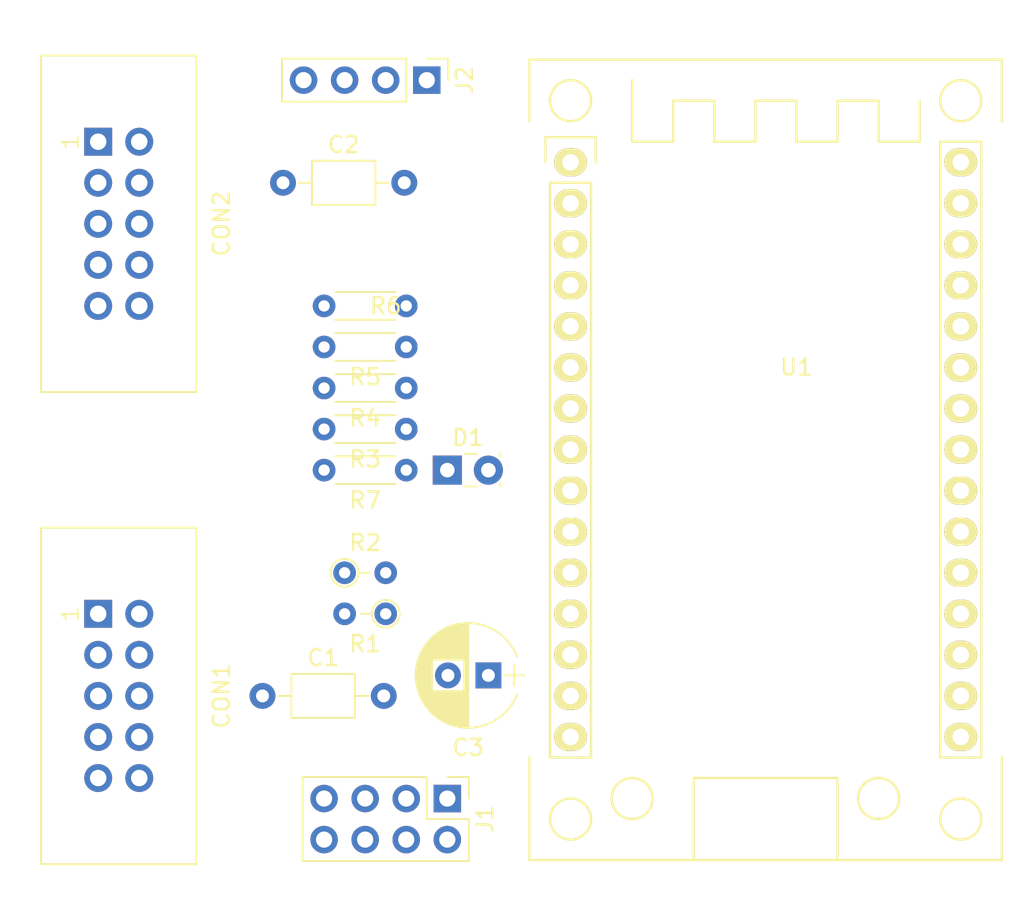
<source format=kicad_pcb>
(kicad_pcb (version 4) (host pcbnew 4.0.7-e0-6372~58~ubuntu16.10.1)

  (general
    (links 47)
    (no_connects 47)
    (area 137.312 87.676666 200.93762 143.463333)
    (thickness 1.6)
    (drawings 0)
    (tracks 0)
    (zones 0)
    (modules 16)
    (nets 24)
  )

  (page A4)
  (layers
    (0 F.Cu signal)
    (31 B.Cu signal)
    (32 B.Adhes user)
    (33 F.Adhes user)
    (34 B.Paste user)
    (35 F.Paste user)
    (36 B.SilkS user)
    (37 F.SilkS user)
    (38 B.Mask user)
    (39 F.Mask user)
    (40 Dwgs.User user)
    (41 Cmts.User user)
    (42 Eco1.User user)
    (43 Eco2.User user)
    (44 Edge.Cuts user)
    (45 Margin user)
    (46 B.CrtYd user)
    (47 F.CrtYd user)
    (48 B.Fab user)
    (49 F.Fab user)
  )

  (setup
    (last_trace_width 0.25)
    (user_trace_width 0.3)
    (user_trace_width 0.5)
    (user_trace_width 0.7)
    (trace_clearance 0.2)
    (zone_clearance 0.508)
    (zone_45_only no)
    (trace_min 0.2)
    (segment_width 0.2)
    (edge_width 0.15)
    (via_size 0.6)
    (via_drill 0.4)
    (via_min_size 0.4)
    (via_min_drill 0.3)
    (uvia_size 0.3)
    (uvia_drill 0.1)
    (uvias_allowed no)
    (uvia_min_size 0.2)
    (uvia_min_drill 0.1)
    (pcb_text_width 0.3)
    (pcb_text_size 1.5 1.5)
    (mod_edge_width 0.15)
    (mod_text_size 1 1)
    (mod_text_width 0.15)
    (pad_size 1.524 1.524)
    (pad_drill 0.762)
    (pad_to_mask_clearance 0.2)
    (aux_axis_origin 0 0)
    (visible_elements FFFFFF7F)
    (pcbplotparams
      (layerselection 0x00030_80000001)
      (usegerberextensions false)
      (excludeedgelayer true)
      (linewidth 0.100000)
      (plotframeref false)
      (viasonmask false)
      (mode 1)
      (useauxorigin false)
      (hpglpennumber 1)
      (hpglpenspeed 20)
      (hpglpendiameter 15)
      (hpglpenoverlay 2)
      (psnegative false)
      (psa4output false)
      (plotreference true)
      (plotvalue true)
      (plotinvisibletext false)
      (padsonsilk false)
      (subtractmaskfromsilk false)
      (outputformat 1)
      (mirror false)
      (drillshape 1)
      (scaleselection 1)
      (outputdirectory ""))
  )

  (net 0 "")
  (net 1 GND)
  (net 2 5V)
  (net 3 "Net-(J2-Pad2)")
  (net 4 "Net-(J2-Pad3)")
  (net 5 "Net-(J1-Pad3)")
  (net 6 "Net-(J1-Pad4)")
  (net 7 L_IS)
  (net 8 "Net-(D1-Pad1)")
  (net 9 L_EN)
  (net 10 R_EN)
  (net 11 L_PWM)
  (net 12 R_PWM)
  (net 13 CHAN_B)
  (net 14 CHAN_A)
  (net 15 RXD2)
  (net 16 TXD1)
  (net 17 MOSI1)
  (net 18 SCK1)
  (net 19 TXD2)
  (net 20 SCL2)
  (net 21 SDA2)
  (net 22 MOSI2)
  (net 23 SCK2)

  (net_class Default "This is the default net class."
    (clearance 0.2)
    (trace_width 0.25)
    (via_dia 0.6)
    (via_drill 0.4)
    (uvia_dia 0.3)
    (uvia_drill 0.1)
    (add_net 5V)
    (add_net CHAN_A)
    (add_net CHAN_B)
    (add_net GND)
    (add_net L_EN)
    (add_net L_IS)
    (add_net L_PWM)
    (add_net MOSI1)
    (add_net MOSI2)
    (add_net "Net-(D1-Pad1)")
    (add_net "Net-(J1-Pad3)")
    (add_net "Net-(J1-Pad4)")
    (add_net "Net-(J2-Pad2)")
    (add_net "Net-(J2-Pad3)")
    (add_net RXD2)
    (add_net R_EN)
    (add_net R_PWM)
    (add_net SCK1)
    (add_net SCK2)
    (add_net SCL2)
    (add_net SDA2)
    (add_net TXD1)
    (add_net TXD2)
  )

  (module Pin_Headers:Pin_Header_Straight_2x04_Pitch2.54mm (layer F.Cu) (tedit 5AF882F5) (tstamp 5AF809AE)
    (at 165.1 137.16 270)
    (descr "Through hole straight pin header, 2x04, 2.54mm pitch, double rows")
    (tags "Through hole pin header THT 2x04 2.54mm double row")
    (path /5AF8089B)
    (fp_text reference J1 (at 1.27 -2.33 270) (layer F.SilkS)
      (effects (font (size 1 1) (thickness 0.15)))
    )
    (fp_text value CONN_02X04 (at 1.27 9.95 270) (layer F.Fab)
      (effects (font (size 1 1) (thickness 0.15)))
    )
    (fp_line (start 0 -1.27) (end 3.81 -1.27) (layer F.Fab) (width 0.1))
    (fp_line (start 3.81 -1.27) (end 3.81 8.89) (layer F.Fab) (width 0.1))
    (fp_line (start 3.81 8.89) (end -1.27 8.89) (layer F.Fab) (width 0.1))
    (fp_line (start -1.27 8.89) (end -1.27 0) (layer F.Fab) (width 0.1))
    (fp_line (start -1.27 0) (end 0 -1.27) (layer F.Fab) (width 0.1))
    (fp_line (start -1.33 8.95) (end 3.87 8.95) (layer F.SilkS) (width 0.12))
    (fp_line (start -1.33 1.27) (end -1.33 8.95) (layer F.SilkS) (width 0.12))
    (fp_line (start 3.87 -1.33) (end 3.87 8.95) (layer F.SilkS) (width 0.12))
    (fp_line (start -1.33 1.27) (end 1.27 1.27) (layer F.SilkS) (width 0.12))
    (fp_line (start 1.27 1.27) (end 1.27 -1.33) (layer F.SilkS) (width 0.12))
    (fp_line (start 1.27 -1.33) (end 3.87 -1.33) (layer F.SilkS) (width 0.12))
    (fp_line (start -1.33 0) (end -1.33 -1.33) (layer F.SilkS) (width 0.12))
    (fp_line (start -1.33 -1.33) (end 0 -1.33) (layer F.SilkS) (width 0.12))
    (fp_line (start -1.8 -1.8) (end -1.8 9.4) (layer F.CrtYd) (width 0.05))
    (fp_line (start -1.8 9.4) (end 4.35 9.4) (layer F.CrtYd) (width 0.05))
    (fp_line (start 4.35 9.4) (end 4.35 -1.8) (layer F.CrtYd) (width 0.05))
    (fp_line (start 4.35 -1.8) (end -1.8 -1.8) (layer F.CrtYd) (width 0.05))
    (fp_text user %R (at 1.27 3.81 360) (layer F.Fab)
      (effects (font (size 1 1) (thickness 0.15)))
    )
    (pad 1 thru_hole rect (at 0 0 270) (size 1.7 1.7) (drill 1) (layers *.Cu *.Mask)
      (net 1 GND))
    (pad 2 thru_hole oval (at 2.54 0 270) (size 1.7 1.7) (drill 1) (layers *.Cu *.Mask)
      (net 2 5V))
    (pad 3 thru_hole oval (at 0 2.54 270) (size 1.7 1.7) (drill 1) (layers *.Cu *.Mask)
      (net 5 "Net-(J1-Pad3)"))
    (pad 4 thru_hole oval (at 2.54 2.54 270) (size 1.7 1.7) (drill 1) (layers *.Cu *.Mask)
      (net 6 "Net-(J1-Pad4)"))
    (pad 5 thru_hole oval (at 0 5.08 270) (size 1.7 1.7) (drill 1) (layers *.Cu *.Mask)
      (net 9 L_EN))
    (pad 6 thru_hole oval (at 2.54 5.08 270) (size 1.7 1.7) (drill 1) (layers *.Cu *.Mask)
      (net 10 R_EN))
    (pad 7 thru_hole oval (at 0 7.62 270) (size 1.7 1.7) (drill 1) (layers *.Cu *.Mask)
      (net 11 L_PWM))
    (pad 8 thru_hole oval (at 2.54 7.62 270) (size 1.7 1.7) (drill 1) (layers *.Cu *.Mask)
      (net 12 R_PWM))
    (model ${KISYS3DMOD}/Pin_Headers.3dshapes/Pin_Header_Straight_2x04_Pitch2.54mm.wrl
      (at (xyz 0 0 0))
      (scale (xyz 1 1 1))
      (rotate (xyz 0 0 0))
    )
  )

  (module limero-lib:ESP32-DEVKIT-V1 (layer F.Cu) (tedit 5AF82665) (tstamp 5AF83825)
    (at 172.72 97.79)
    (descr "Through-hole-mounted NodeMCU 0.9")
    (tags nodemcu)
    (path /5AF81DBF)
    (fp_text reference U1 (at 13.97 12.68) (layer F.SilkS)
      (effects (font (size 1 1) (thickness 0.15)))
    )
    (fp_text value ESP32-DEVKIT-V1 (at 13.97 16.51) (layer F.Fab)
      (effects (font (size 2 2) (thickness 0.15)))
    )
    (fp_circle (center 19.05 39.37) (end 20.32 39.37) (layer F.SilkS) (width 0.15))
    (fp_circle (center 3.81 39.37) (end 5.08 39.37) (layer F.SilkS) (width 0.15))
    (fp_line (start 7.62 43.18) (end 7.62 38.1) (layer F.SilkS) (width 0.15))
    (fp_line (start 7.62 38.1) (end 16.51 38.1) (layer F.SilkS) (width 0.15))
    (fp_line (start 16.51 38.1) (end 16.51 43.18) (layer F.SilkS) (width 0.15))
    (fp_line (start 22.86 36.83) (end 25.4 36.83) (layer F.SilkS) (width 0.15))
    (fp_line (start -1.27 36.83) (end 1.27 36.83) (layer F.SilkS) (width 0.15))
    (fp_line (start -2.54 36.83) (end -2.54 43.18) (layer F.SilkS) (width 0.15))
    (fp_line (start -2.54 43.18) (end 26.67 43.18) (layer F.SilkS) (width 0.15))
    (fp_line (start 26.67 43.18) (end 26.67 36.83) (layer F.SilkS) (width 0.15))
    (fp_circle (center 0 40.64) (end 1.27 40.64) (layer F.SilkS) (width 0.15))
    (fp_circle (center 24.13 40.64) (end 22.86 40.64) (layer F.SilkS) (width 0.15))
    (fp_circle (center 24.13 -3.81) (end 25.4 -3.81) (layer F.SilkS) (width 0.15))
    (fp_circle (center 0 -3.81) (end -1.27 -3.81) (layer F.SilkS) (width 0.15))
    (fp_line (start 3.81 -5.08) (end 3.81 -1.27) (layer F.SilkS) (width 0.15))
    (fp_line (start 3.81 -1.27) (end 6.35 -1.27) (layer F.SilkS) (width 0.15))
    (fp_line (start 6.35 -1.27) (end 6.35 -3.81) (layer F.SilkS) (width 0.15))
    (fp_line (start 6.35 -3.81) (end 8.89 -3.81) (layer F.SilkS) (width 0.15))
    (fp_line (start 8.89 -3.81) (end 8.89 -1.27) (layer F.SilkS) (width 0.15))
    (fp_line (start 8.89 -1.27) (end 11.43 -1.27) (layer F.SilkS) (width 0.15))
    (fp_line (start 11.43 -1.27) (end 11.43 -2.54) (layer F.SilkS) (width 0.15))
    (fp_line (start 11.43 -2.54) (end 11.43 -3.81) (layer F.SilkS) (width 0.15))
    (fp_line (start 11.43 -3.81) (end 13.97 -3.81) (layer F.SilkS) (width 0.15))
    (fp_line (start 13.97 -3.81) (end 13.97 -1.27) (layer F.SilkS) (width 0.15))
    (fp_line (start 13.97 -1.27) (end 16.51 -1.27) (layer F.SilkS) (width 0.15))
    (fp_line (start 16.51 -1.27) (end 16.51 -3.81) (layer F.SilkS) (width 0.15))
    (fp_line (start 16.51 -3.81) (end 19.05 -3.81) (layer F.SilkS) (width 0.15))
    (fp_line (start 19.05 -3.81) (end 19.05 -1.27) (layer F.SilkS) (width 0.15))
    (fp_line (start 19.05 -1.27) (end 21.59 -1.27) (layer F.SilkS) (width 0.15))
    (fp_line (start 21.59 -1.27) (end 21.59 -3.81) (layer F.SilkS) (width 0.15))
    (fp_line (start -2.54 -2.54) (end -2.54 -6.35) (layer F.SilkS) (width 0.15))
    (fp_line (start -2.54 -6.35) (end 26.67 -6.35) (layer F.SilkS) (width 0.15))
    (fp_line (start 26.67 -6.35) (end 26.67 -2.54) (layer F.SilkS) (width 0.15))
    (fp_line (start 26.67 -2.050004) (end 26.67 36.57) (layer F.CrtYd) (width 0.15))
    (fp_line (start -2.54 36.550001) (end -2.54 -2.05002) (layer F.CrtYd) (width 0.15))
    (fp_line (start -1.27 1.27) (end -1.27 36.83) (layer F.SilkS) (width 0.15))
    (fp_line (start 1.27 36.83) (end 1.27 1.27) (layer F.SilkS) (width 0.15))
    (fp_line (start 1.55 -1.55) (end 1.55 0) (layer F.SilkS) (width 0.15))
    (fp_line (start 1.27 1.27) (end -1.27 1.27) (layer F.SilkS) (width 0.15))
    (fp_line (start -1.55 0) (end -1.55 -1.55) (layer F.SilkS) (width 0.15))
    (fp_line (start -1.55 -1.55) (end 1.55 -1.55) (layer F.SilkS) (width 0.15))
    (fp_line (start 22.86 -1.27) (end 22.86 36.83) (layer F.SilkS) (width 0.15))
    (fp_line (start 25.4 -1.27) (end 22.86 -1.27) (layer F.SilkS) (width 0.15))
    (fp_line (start 25.4 36.83) (end 25.4 -1.27) (layer F.SilkS) (width 0.15))
    (pad 1 thru_hole oval (at 0 0) (size 2.032 1.7272) (drill 1.016) (layers *.Cu *.Mask F.SilkS))
    (pad 2 thru_hole oval (at 0 2.54) (size 2.032 1.7272) (drill 1.016) (layers *.Cu *.Mask F.SilkS)
      (net 7 L_IS))
    (pad 3 thru_hole oval (at 0 5.08) (size 2.032 1.7272) (drill 1.016) (layers *.Cu *.Mask F.SilkS)
      (net 15 RXD2))
    (pad 4 thru_hole oval (at 0 7.62) (size 2.032 1.7272) (drill 1.016) (layers *.Cu *.Mask F.SilkS)
      (net 14 CHAN_A))
    (pad 5 thru_hole oval (at 0 10.16) (size 2.032 1.7272) (drill 1.016) (layers *.Cu *.Mask F.SilkS)
      (net 13 CHAN_B))
    (pad 6 thru_hole oval (at 0 12.7) (size 2.032 1.7272) (drill 1.016) (layers *.Cu *.Mask F.SilkS)
      (net 11 L_PWM))
    (pad 7 thru_hole oval (at 0 15.24) (size 2.032 1.7272) (drill 1.016) (layers *.Cu *.Mask F.SilkS)
      (net 12 R_PWM))
    (pad 8 thru_hole oval (at 0 17.78) (size 2.032 1.7272) (drill 1.016) (layers *.Cu *.Mask F.SilkS)
      (net 9 L_EN))
    (pad 9 thru_hole oval (at 0 20.32) (size 2.032 1.7272) (drill 1.016) (layers *.Cu *.Mask F.SilkS)
      (net 10 R_EN))
    (pad 10 thru_hole oval (at 0 22.86) (size 2.032 1.7272) (drill 1.016) (layers *.Cu *.Mask F.SilkS)
      (net 20 SCL2))
    (pad 11 thru_hole oval (at 0 25.4) (size 2.032 1.7272) (drill 1.016) (layers *.Cu *.Mask F.SilkS)
      (net 21 SDA2))
    (pad 12 thru_hole oval (at 0 27.94) (size 2.032 1.7272) (drill 1.016) (layers *.Cu *.Mask F.SilkS))
    (pad 13 thru_hole oval (at 0 30.48) (size 2.032 1.7272) (drill 1.016) (layers *.Cu *.Mask F.SilkS))
    (pad 14 thru_hole oval (at 0 33.02) (size 2.032 1.7272) (drill 1.016) (layers *.Cu *.Mask F.SilkS)
      (net 1 GND))
    (pad 15 thru_hole oval (at 0 35.56) (size 2.032 1.7272) (drill 1.016) (layers *.Cu *.Mask F.SilkS)
      (net 2 5V))
    (pad 30 thru_hole oval (at 24.13 0) (size 2.032 1.7272) (drill 1.016) (layers *.Cu *.Mask F.SilkS)
      (net 17 MOSI1))
    (pad 18 thru_hole oval (at 24.13 30.48) (size 2.032 1.7272) (drill 1.016) (layers *.Cu *.Mask F.SilkS))
    (pad 17 thru_hole oval (at 24.13 33.02) (size 2.032 1.7272) (drill 1.016) (layers *.Cu *.Mask F.SilkS)
      (net 1 GND))
    (pad 19 thru_hole oval (at 24.13 27.94) (size 2.032 1.7272) (drill 1.016) (layers *.Cu *.Mask F.SilkS))
    (pad 25 thru_hole oval (at 24.13 12.7) (size 2.032 1.7272) (drill 1.016) (layers *.Cu *.Mask F.SilkS)
      (net 16 TXD1))
    (pad 26 thru_hole oval (at 24.13 10.16) (size 2.032 1.7272) (drill 1.016) (layers *.Cu *.Mask F.SilkS))
    (pad 24 thru_hole oval (at 24.13 15.24) (size 2.032 1.7272) (drill 1.016) (layers *.Cu *.Mask F.SilkS)
      (net 19 TXD2))
    (pad 16 thru_hole oval (at 24.13 35.56) (size 2.032 1.7272) (drill 1.016) (layers *.Cu *.Mask F.SilkS))
    (pad 22 thru_hole oval (at 24.13 20.32) (size 2.032 1.7272) (drill 1.016) (layers *.Cu *.Mask F.SilkS)
      (net 18 SCK1))
    (pad 23 thru_hole oval (at 24.13 17.78) (size 2.032 1.7272) (drill 1.016) (layers *.Cu *.Mask F.SilkS))
    (pad 21 thru_hole oval (at 24.13 22.86) (size 2.032 1.7272) (drill 1.016) (layers *.Cu *.Mask F.SilkS)
      (net 23 SCK2))
    (pad 20 thru_hole oval (at 24.13 25.4) (size 2.032 1.7272) (drill 1.016) (layers *.Cu *.Mask F.SilkS))
    (pad 28 thru_hole oval (at 24.13 5.08) (size 2.032 1.7272) (drill 1.016) (layers *.Cu *.Mask F.SilkS))
    (pad 27 thru_hole oval (at 24.13 7.62) (size 2.032 1.7272) (drill 1.016) (layers *.Cu *.Mask F.SilkS))
    (pad 29 thru_hole oval (at 24.13 2.54) (size 2.032 1.7272) (drill 1.016) (layers *.Cu *.Mask F.SilkS)
      (net 22 MOSI2))
  )

  (module LEDs:LED_Rectangular_W3.9mm_H1.9mm (layer F.Cu) (tedit 587A3A7B) (tstamp 5AF836EA)
    (at 165.1 116.84)
    (descr "LED_Rectangular, Rectangular,  Rectangular size 3.9x1.9mm^2, 2 pins, http://www.kingbright.com/attachments/file/psearch/000/00/00/L-144GDT(Ver.14B).pdf")
    (tags "LED_Rectangular Rectangular  Rectangular size 3.9x1.9mm^2 2 pins")
    (path /5AF8360B)
    (fp_text reference D1 (at 1.27 -2.01) (layer F.SilkS)
      (effects (font (size 1 1) (thickness 0.15)))
    )
    (fp_text value LED (at 1.27 2.01) (layer F.Fab)
      (effects (font (size 1 1) (thickness 0.15)))
    )
    (fp_line (start -0.68 -0.95) (end -0.68 0.95) (layer F.Fab) (width 0.1))
    (fp_line (start -0.68 0.95) (end 3.22 0.95) (layer F.Fab) (width 0.1))
    (fp_line (start 3.22 0.95) (end 3.22 -0.95) (layer F.Fab) (width 0.1))
    (fp_line (start 3.22 -0.95) (end -0.68 -0.95) (layer F.Fab) (width 0.1))
    (fp_line (start 1.08 -1.01) (end 1.811 -1.01) (layer F.SilkS) (width 0.12))
    (fp_line (start 3.27 -1.01) (end 3.28 -1.01) (layer F.SilkS) (width 0.12))
    (fp_line (start 1.08 1.01) (end 1.811 1.01) (layer F.SilkS) (width 0.12))
    (fp_line (start 3.27 1.01) (end 3.28 1.01) (layer F.SilkS) (width 0.12))
    (fp_line (start 3.28 -1.01) (end 3.28 -0.825) (layer F.SilkS) (width 0.12))
    (fp_line (start 3.28 0.825) (end 3.28 1.01) (layer F.SilkS) (width 0.12))
    (fp_line (start -1.15 -1.3) (end -1.15 1.3) (layer F.CrtYd) (width 0.05))
    (fp_line (start -1.15 1.3) (end 3.7 1.3) (layer F.CrtYd) (width 0.05))
    (fp_line (start 3.7 1.3) (end 3.7 -1.3) (layer F.CrtYd) (width 0.05))
    (fp_line (start 3.7 -1.3) (end -1.15 -1.3) (layer F.CrtYd) (width 0.05))
    (pad 1 thru_hole rect (at 0 0) (size 1.8 1.8) (drill 0.9) (layers *.Cu *.Mask)
      (net 8 "Net-(D1-Pad1)"))
    (pad 2 thru_hole circle (at 2.54 0) (size 1.8 1.8) (drill 0.9) (layers *.Cu *.Mask))
    (model ${KISYS3DMOD}/LEDs.3dshapes/LED_Rectangular_W3.9mm_H1.9mm.wrl
      (at (xyz 0 0 0))
      (scale (xyz 0.393701 0.393701 0.393701))
      (rotate (xyz 0 0 0))
    )
  )

  (module Pin_Headers:Pin_Header_Straight_1x04_Pitch2.54mm (layer F.Cu) (tedit 5AF88C0B) (tstamp 5AF836F2)
    (at 163.83 92.71 270)
    (descr "Through hole straight pin header, 1x04, 2.54mm pitch, single row")
    (tags "Through hole pin header THT 1x04 2.54mm single row")
    (path /5AF83AF8)
    (fp_text reference J2 (at 0 -2.33 270) (layer F.SilkS)
      (effects (font (size 1 1) (thickness 0.15)))
    )
    (fp_text value CONN_01X04 (at 0 9.95 270) (layer F.Fab)
      (effects (font (size 1 1) (thickness 0.15)))
    )
    (fp_line (start -0.635 -1.27) (end 1.27 -1.27) (layer F.Fab) (width 0.1))
    (fp_line (start 1.27 -1.27) (end 1.27 8.89) (layer F.Fab) (width 0.1))
    (fp_line (start 1.27 8.89) (end -1.27 8.89) (layer F.Fab) (width 0.1))
    (fp_line (start -1.27 8.89) (end -1.27 -0.635) (layer F.Fab) (width 0.1))
    (fp_line (start -1.27 -0.635) (end -0.635 -1.27) (layer F.Fab) (width 0.1))
    (fp_line (start -1.33 8.95) (end 1.33 8.95) (layer F.SilkS) (width 0.12))
    (fp_line (start -1.33 1.27) (end -1.33 8.95) (layer F.SilkS) (width 0.12))
    (fp_line (start 1.33 1.27) (end 1.33 8.95) (layer F.SilkS) (width 0.12))
    (fp_line (start -1.33 1.27) (end 1.33 1.27) (layer F.SilkS) (width 0.12))
    (fp_line (start -1.33 0) (end -1.33 -1.33) (layer F.SilkS) (width 0.12))
    (fp_line (start -1.33 -1.33) (end 0 -1.33) (layer F.SilkS) (width 0.12))
    (fp_line (start -1.8 -1.8) (end -1.8 9.4) (layer F.CrtYd) (width 0.05))
    (fp_line (start -1.8 9.4) (end 1.8 9.4) (layer F.CrtYd) (width 0.05))
    (fp_line (start 1.8 9.4) (end 1.8 -1.8) (layer F.CrtYd) (width 0.05))
    (fp_line (start 1.8 -1.8) (end -1.8 -1.8) (layer F.CrtYd) (width 0.05))
    (fp_text user %R (at -1.27 5.08 360) (layer F.Fab)
      (effects (font (size 1 1) (thickness 0.15)))
    )
    (pad 1 thru_hole rect (at 0 0 270) (size 1.7 1.7) (drill 1) (layers *.Cu *.Mask)
      (net 1 GND))
    (pad 2 thru_hole oval (at 0 2.54 270) (size 1.7 1.7) (drill 1) (layers *.Cu *.Mask)
      (net 3 "Net-(J2-Pad2)"))
    (pad 3 thru_hole oval (at 0 5.08 270) (size 1.7 1.7) (drill 1) (layers *.Cu *.Mask)
      (net 4 "Net-(J2-Pad3)"))
    (pad 4 thru_hole oval (at 0 7.62 270) (size 1.7 1.7) (drill 1) (layers *.Cu *.Mask)
      (net 2 5V))
    (model ${KISYS3DMOD}/Pin_Headers.3dshapes/Pin_Header_Straight_1x04_Pitch2.54mm.wrl
      (at (xyz 0 0 0))
      (scale (xyz 1 1 1))
      (rotate (xyz 0 0 0))
    )
  )

  (module Capacitors_THT:C_Axial_L3.8mm_D2.6mm_P7.50mm_Horizontal (layer F.Cu) (tedit 5AF88BE2) (tstamp 5AF837BB)
    (at 153.67 130.81)
    (descr "C, Axial series, Axial, Horizontal, pin pitch=7.5mm, , length*diameter=3.8*2.6mm^2, http://www.vishay.com/docs/45231/arseries.pdf")
    (tags "C Axial series Axial Horizontal pin pitch 7.5mm  length 3.8mm diameter 2.6mm")
    (path /5AF8377E)
    (fp_text reference C1 (at 3.75 -2.36) (layer F.SilkS)
      (effects (font (size 1 1) (thickness 0.15)))
    )
    (fp_text value 0.1µ (at 3.75 2.36) (layer F.Fab)
      (effects (font (size 1 1) (thickness 0.15)))
    )
    (fp_line (start 1.85 -1.3) (end 1.85 1.3) (layer F.Fab) (width 0.1))
    (fp_line (start 1.85 1.3) (end 5.65 1.3) (layer F.Fab) (width 0.1))
    (fp_line (start 5.65 1.3) (end 5.65 -1.3) (layer F.Fab) (width 0.1))
    (fp_line (start 5.65 -1.3) (end 1.85 -1.3) (layer F.Fab) (width 0.1))
    (fp_line (start 0 0) (end 1.85 0) (layer F.Fab) (width 0.1))
    (fp_line (start 7.5 0) (end 5.65 0) (layer F.Fab) (width 0.1))
    (fp_line (start 1.79 -1.36) (end 1.79 1.36) (layer F.SilkS) (width 0.12))
    (fp_line (start 1.79 1.36) (end 5.71 1.36) (layer F.SilkS) (width 0.12))
    (fp_line (start 5.71 1.36) (end 5.71 -1.36) (layer F.SilkS) (width 0.12))
    (fp_line (start 5.71 -1.36) (end 1.79 -1.36) (layer F.SilkS) (width 0.12))
    (fp_line (start 0.98 0) (end 1.79 0) (layer F.SilkS) (width 0.12))
    (fp_line (start 6.52 0) (end 5.71 0) (layer F.SilkS) (width 0.12))
    (fp_line (start -1.05 -1.65) (end -1.05 1.65) (layer F.CrtYd) (width 0.05))
    (fp_line (start -1.05 1.65) (end 8.55 1.65) (layer F.CrtYd) (width 0.05))
    (fp_line (start 8.55 1.65) (end 8.55 -1.65) (layer F.CrtYd) (width 0.05))
    (fp_line (start 8.55 -1.65) (end -1.05 -1.65) (layer F.CrtYd) (width 0.05))
    (fp_text user %R (at 3.81 0) (layer F.Fab)
      (effects (font (size 1 1) (thickness 0.15)))
    )
    (pad 1 thru_hole circle (at 0 0) (size 1.6 1.6) (drill 0.8) (layers *.Cu *.Mask)
      (net 7 L_IS))
    (pad 2 thru_hole oval (at 7.5 0) (size 1.6 1.6) (drill 0.8) (layers *.Cu *.Mask)
      (net 1 GND))
    (model ${KISYS3DMOD}/Capacitors_THT.3dshapes/C_Axial_L3.8mm_D2.6mm_P7.50mm_Horizontal.wrl
      (at (xyz 0 0 0))
      (scale (xyz 1 1 1))
      (rotate (xyz 0 0 0))
    )
  )

  (module Capacitors_THT:C_Axial_L3.8mm_D2.6mm_P7.50mm_Horizontal (layer F.Cu) (tedit 5AF88C76) (tstamp 5AF837C1)
    (at 154.94 99.06)
    (descr "C, Axial series, Axial, Horizontal, pin pitch=7.5mm, , length*diameter=3.8*2.6mm^2, http://www.vishay.com/docs/45231/arseries.pdf")
    (tags "C Axial series Axial Horizontal pin pitch 7.5mm  length 3.8mm diameter 2.6mm")
    (path /5AF83813)
    (fp_text reference C2 (at 3.75 -2.36) (layer F.SilkS)
      (effects (font (size 1 1) (thickness 0.15)))
    )
    (fp_text value 0.1µ (at 3.75 2.36) (layer F.Fab)
      (effects (font (size 1 1) (thickness 0.15)))
    )
    (fp_line (start 1.85 -1.3) (end 1.85 1.3) (layer F.Fab) (width 0.1))
    (fp_line (start 1.85 1.3) (end 5.65 1.3) (layer F.Fab) (width 0.1))
    (fp_line (start 5.65 1.3) (end 5.65 -1.3) (layer F.Fab) (width 0.1))
    (fp_line (start 5.65 -1.3) (end 1.85 -1.3) (layer F.Fab) (width 0.1))
    (fp_line (start 0 0) (end 1.85 0) (layer F.Fab) (width 0.1))
    (fp_line (start 7.5 0) (end 5.65 0) (layer F.Fab) (width 0.1))
    (fp_line (start 1.79 -1.36) (end 1.79 1.36) (layer F.SilkS) (width 0.12))
    (fp_line (start 1.79 1.36) (end 5.71 1.36) (layer F.SilkS) (width 0.12))
    (fp_line (start 5.71 1.36) (end 5.71 -1.36) (layer F.SilkS) (width 0.12))
    (fp_line (start 5.71 -1.36) (end 1.79 -1.36) (layer F.SilkS) (width 0.12))
    (fp_line (start 0.98 0) (end 1.79 0) (layer F.SilkS) (width 0.12))
    (fp_line (start 6.52 0) (end 5.71 0) (layer F.SilkS) (width 0.12))
    (fp_line (start -1.05 -1.65) (end -1.05 1.65) (layer F.CrtYd) (width 0.05))
    (fp_line (start -1.05 1.65) (end 8.55 1.65) (layer F.CrtYd) (width 0.05))
    (fp_line (start 8.55 1.65) (end 8.55 -1.65) (layer F.CrtYd) (width 0.05))
    (fp_line (start 8.55 -1.65) (end -1.05 -1.65) (layer F.CrtYd) (width 0.05))
    (fp_text user %R (at 3.81 0 90) (layer F.Fab)
      (effects (font (size 1 1) (thickness 0.15)))
    )
    (pad 1 thru_hole circle (at 0 0) (size 1.6 1.6) (drill 0.8) (layers *.Cu *.Mask)
      (net 15 RXD2))
    (pad 2 thru_hole oval (at 7.5 0) (size 1.6 1.6) (drill 0.8) (layers *.Cu *.Mask))
    (model ${KISYS3DMOD}/Capacitors_THT.3dshapes/C_Axial_L3.8mm_D2.6mm_P7.50mm_Horizontal.wrl
      (at (xyz 0 0 0))
      (scale (xyz 1 1 1))
      (rotate (xyz 0 0 0))
    )
  )

  (module Resistors_THT:R_Axial_DIN0204_L3.6mm_D1.6mm_P5.08mm_Horizontal (layer F.Cu) (tedit 5874F706) (tstamp 5AF83816)
    (at 162.56 114.3 180)
    (descr "Resistor, Axial_DIN0204 series, Axial, Horizontal, pin pitch=5.08mm, 0.16666666666666666W = 1/6W, length*diameter=3.6*1.6mm^2, http://cdn-reichelt.de/documents/datenblatt/B400/1_4W%23YAG.pdf")
    (tags "Resistor Axial_DIN0204 series Axial Horizontal pin pitch 5.08mm 0.16666666666666666W = 1/6W length 3.6mm diameter 1.6mm")
    (path /5AF83BF3)
    (fp_text reference R3 (at 2.54 -1.86 180) (layer F.SilkS)
      (effects (font (size 1 1) (thickness 0.15)))
    )
    (fp_text value 10k (at 2.54 1.86 180) (layer F.Fab)
      (effects (font (size 1 1) (thickness 0.15)))
    )
    (fp_line (start 0.74 -0.8) (end 0.74 0.8) (layer F.Fab) (width 0.1))
    (fp_line (start 0.74 0.8) (end 4.34 0.8) (layer F.Fab) (width 0.1))
    (fp_line (start 4.34 0.8) (end 4.34 -0.8) (layer F.Fab) (width 0.1))
    (fp_line (start 4.34 -0.8) (end 0.74 -0.8) (layer F.Fab) (width 0.1))
    (fp_line (start 0 0) (end 0.74 0) (layer F.Fab) (width 0.1))
    (fp_line (start 5.08 0) (end 4.34 0) (layer F.Fab) (width 0.1))
    (fp_line (start 0.68 -0.86) (end 4.4 -0.86) (layer F.SilkS) (width 0.12))
    (fp_line (start 0.68 0.86) (end 4.4 0.86) (layer F.SilkS) (width 0.12))
    (fp_line (start -0.95 -1.15) (end -0.95 1.15) (layer F.CrtYd) (width 0.05))
    (fp_line (start -0.95 1.15) (end 6.05 1.15) (layer F.CrtYd) (width 0.05))
    (fp_line (start 6.05 1.15) (end 6.05 -1.15) (layer F.CrtYd) (width 0.05))
    (fp_line (start 6.05 -1.15) (end -0.95 -1.15) (layer F.CrtYd) (width 0.05))
    (pad 1 thru_hole circle (at 0 0 180) (size 1.4 1.4) (drill 0.7) (layers *.Cu *.Mask)
      (net 13 CHAN_B))
    (pad 2 thru_hole oval (at 5.08 0 180) (size 1.4 1.4) (drill 0.7) (layers *.Cu *.Mask)
      (net 4 "Net-(J2-Pad3)"))
    (model ${KISYS3DMOD}/Resistors_THT.3dshapes/R_Axial_DIN0204_L3.6mm_D1.6mm_P5.08mm_Horizontal.wrl
      (at (xyz 0 0 0))
      (scale (xyz 0.393701 0.393701 0.393701))
      (rotate (xyz 0 0 0))
    )
  )

  (module Resistors_THT:R_Axial_DIN0204_L3.6mm_D1.6mm_P5.08mm_Horizontal (layer F.Cu) (tedit 5874F706) (tstamp 5AF8381B)
    (at 162.56 111.76 180)
    (descr "Resistor, Axial_DIN0204 series, Axial, Horizontal, pin pitch=5.08mm, 0.16666666666666666W = 1/6W, length*diameter=3.6*1.6mm^2, http://cdn-reichelt.de/documents/datenblatt/B400/1_4W%23YAG.pdf")
    (tags "Resistor Axial_DIN0204 series Axial Horizontal pin pitch 5.08mm 0.16666666666666666W = 1/6W length 3.6mm diameter 1.6mm")
    (path /5AF83C70)
    (fp_text reference R4 (at 2.54 -1.86 180) (layer F.SilkS)
      (effects (font (size 1 1) (thickness 0.15)))
    )
    (fp_text value 10k (at 2.54 1.86 180) (layer F.Fab)
      (effects (font (size 1 1) (thickness 0.15)))
    )
    (fp_line (start 0.74 -0.8) (end 0.74 0.8) (layer F.Fab) (width 0.1))
    (fp_line (start 0.74 0.8) (end 4.34 0.8) (layer F.Fab) (width 0.1))
    (fp_line (start 4.34 0.8) (end 4.34 -0.8) (layer F.Fab) (width 0.1))
    (fp_line (start 4.34 -0.8) (end 0.74 -0.8) (layer F.Fab) (width 0.1))
    (fp_line (start 0 0) (end 0.74 0) (layer F.Fab) (width 0.1))
    (fp_line (start 5.08 0) (end 4.34 0) (layer F.Fab) (width 0.1))
    (fp_line (start 0.68 -0.86) (end 4.4 -0.86) (layer F.SilkS) (width 0.12))
    (fp_line (start 0.68 0.86) (end 4.4 0.86) (layer F.SilkS) (width 0.12))
    (fp_line (start -0.95 -1.15) (end -0.95 1.15) (layer F.CrtYd) (width 0.05))
    (fp_line (start -0.95 1.15) (end 6.05 1.15) (layer F.CrtYd) (width 0.05))
    (fp_line (start 6.05 1.15) (end 6.05 -1.15) (layer F.CrtYd) (width 0.05))
    (fp_line (start 6.05 -1.15) (end -0.95 -1.15) (layer F.CrtYd) (width 0.05))
    (pad 1 thru_hole circle (at 0 0 180) (size 1.4 1.4) (drill 0.7) (layers *.Cu *.Mask)
      (net 14 CHAN_A))
    (pad 2 thru_hole oval (at 5.08 0 180) (size 1.4 1.4) (drill 0.7) (layers *.Cu *.Mask)
      (net 3 "Net-(J2-Pad2)"))
    (model ${KISYS3DMOD}/Resistors_THT.3dshapes/R_Axial_DIN0204_L3.6mm_D1.6mm_P5.08mm_Horizontal.wrl
      (at (xyz 0 0 0))
      (scale (xyz 0.393701 0.393701 0.393701))
      (rotate (xyz 0 0 0))
    )
  )

  (module Resistors_THT:R_Axial_DIN0204_L3.6mm_D1.6mm_P2.54mm_Vertical (layer F.Cu) (tedit 5874F706) (tstamp 5AF88E62)
    (at 161.29 125.73 180)
    (descr "Resistor, Axial_DIN0204 series, Axial, Vertical, pin pitch=2.54mm, 0.16666666666666666W = 1/6W, length*diameter=3.6*1.6mm^2, http://cdn-reichelt.de/documents/datenblatt/B400/1_4W%23YAG.pdf")
    (tags "Resistor Axial_DIN0204 series Axial Vertical pin pitch 2.54mm 0.16666666666666666W = 1/6W length 3.6mm diameter 1.6mm")
    (path /5AF835F1)
    (fp_text reference R1 (at 1.27 -1.86 180) (layer F.SilkS)
      (effects (font (size 1 1) (thickness 0.15)))
    )
    (fp_text value 10k (at 1.27 1.86 180) (layer F.Fab)
      (effects (font (size 1 1) (thickness 0.15)))
    )
    (fp_circle (center 0 0) (end 0.8 0) (layer F.Fab) (width 0.1))
    (fp_circle (center 0 0) (end 0.86 0) (layer F.SilkS) (width 0.12))
    (fp_line (start 0 0) (end 2.54 0) (layer F.Fab) (width 0.1))
    (fp_line (start 0.86 0) (end 1.54 0) (layer F.SilkS) (width 0.12))
    (fp_line (start -1.15 -1.15) (end -1.15 1.15) (layer F.CrtYd) (width 0.05))
    (fp_line (start -1.15 1.15) (end 3.55 1.15) (layer F.CrtYd) (width 0.05))
    (fp_line (start 3.55 1.15) (end 3.55 -1.15) (layer F.CrtYd) (width 0.05))
    (fp_line (start 3.55 -1.15) (end -1.15 -1.15) (layer F.CrtYd) (width 0.05))
    (pad 1 thru_hole circle (at 0 0 180) (size 1.4 1.4) (drill 0.7) (layers *.Cu *.Mask)
      (net 5 "Net-(J1-Pad3)"))
    (pad 2 thru_hole oval (at 2.54 0 180) (size 1.4 1.4) (drill 0.7) (layers *.Cu *.Mask)
      (net 7 L_IS))
    (model ${KISYS3DMOD}/Resistors_THT.3dshapes/R_Axial_DIN0204_L3.6mm_D1.6mm_P2.54mm_Vertical.wrl
      (at (xyz 0 0 0))
      (scale (xyz 0.393701 0.393701 0.393701))
      (rotate (xyz 0 0 0))
    )
  )

  (module Resistors_THT:R_Axial_DIN0204_L3.6mm_D1.6mm_P2.54mm_Vertical (layer F.Cu) (tedit 5874F706) (tstamp 5AF88E67)
    (at 158.75 123.19)
    (descr "Resistor, Axial_DIN0204 series, Axial, Vertical, pin pitch=2.54mm, 0.16666666666666666W = 1/6W, length*diameter=3.6*1.6mm^2, http://cdn-reichelt.de/documents/datenblatt/B400/1_4W%23YAG.pdf")
    (tags "Resistor Axial_DIN0204 series Axial Vertical pin pitch 2.54mm 0.16666666666666666W = 1/6W length 3.6mm diameter 1.6mm")
    (path /5AF836F2)
    (fp_text reference R2 (at 1.27 -1.86) (layer F.SilkS)
      (effects (font (size 1 1) (thickness 0.15)))
    )
    (fp_text value 10k (at 1.27 1.86) (layer F.Fab)
      (effects (font (size 1 1) (thickness 0.15)))
    )
    (fp_circle (center 0 0) (end 0.8 0) (layer F.Fab) (width 0.1))
    (fp_circle (center 0 0) (end 0.86 0) (layer F.SilkS) (width 0.12))
    (fp_line (start 0 0) (end 2.54 0) (layer F.Fab) (width 0.1))
    (fp_line (start 0.86 0) (end 1.54 0) (layer F.SilkS) (width 0.12))
    (fp_line (start -1.15 -1.15) (end -1.15 1.15) (layer F.CrtYd) (width 0.05))
    (fp_line (start -1.15 1.15) (end 3.55 1.15) (layer F.CrtYd) (width 0.05))
    (fp_line (start 3.55 1.15) (end 3.55 -1.15) (layer F.CrtYd) (width 0.05))
    (fp_line (start 3.55 -1.15) (end -1.15 -1.15) (layer F.CrtYd) (width 0.05))
    (pad 1 thru_hole circle (at 0 0) (size 1.4 1.4) (drill 0.7) (layers *.Cu *.Mask)
      (net 15 RXD2))
    (pad 2 thru_hole oval (at 2.54 0) (size 1.4 1.4) (drill 0.7) (layers *.Cu *.Mask)
      (net 6 "Net-(J1-Pad4)"))
    (model ${KISYS3DMOD}/Resistors_THT.3dshapes/R_Axial_DIN0204_L3.6mm_D1.6mm_P2.54mm_Vertical.wrl
      (at (xyz 0 0 0))
      (scale (xyz 0.393701 0.393701 0.393701))
      (rotate (xyz 0 0 0))
    )
  )

  (module Resistors_THT:R_Axial_DIN0204_L3.6mm_D1.6mm_P5.08mm_Horizontal (layer F.Cu) (tedit 5874F706) (tstamp 5B02B195)
    (at 162.56 109.22 180)
    (descr "Resistor, Axial_DIN0204 series, Axial, Horizontal, pin pitch=5.08mm, 0.16666666666666666W = 1/6W, length*diameter=3.6*1.6mm^2, http://cdn-reichelt.de/documents/datenblatt/B400/1_4W%23YAG.pdf")
    (tags "Resistor Axial_DIN0204 series Axial Horizontal pin pitch 5.08mm 0.16666666666666666W = 1/6W length 3.6mm diameter 1.6mm")
    (path /5B02A533)
    (fp_text reference R5 (at 2.54 -1.86 180) (layer F.SilkS)
      (effects (font (size 1 1) (thickness 0.15)))
    )
    (fp_text value 10K (at 2.54 1.86 180) (layer F.Fab)
      (effects (font (size 1 1) (thickness 0.15)))
    )
    (fp_line (start 0.74 -0.8) (end 0.74 0.8) (layer F.Fab) (width 0.1))
    (fp_line (start 0.74 0.8) (end 4.34 0.8) (layer F.Fab) (width 0.1))
    (fp_line (start 4.34 0.8) (end 4.34 -0.8) (layer F.Fab) (width 0.1))
    (fp_line (start 4.34 -0.8) (end 0.74 -0.8) (layer F.Fab) (width 0.1))
    (fp_line (start 0 0) (end 0.74 0) (layer F.Fab) (width 0.1))
    (fp_line (start 5.08 0) (end 4.34 0) (layer F.Fab) (width 0.1))
    (fp_line (start 0.68 -0.86) (end 4.4 -0.86) (layer F.SilkS) (width 0.12))
    (fp_line (start 0.68 0.86) (end 4.4 0.86) (layer F.SilkS) (width 0.12))
    (fp_line (start -0.95 -1.15) (end -0.95 1.15) (layer F.CrtYd) (width 0.05))
    (fp_line (start -0.95 1.15) (end 6.05 1.15) (layer F.CrtYd) (width 0.05))
    (fp_line (start 6.05 1.15) (end 6.05 -1.15) (layer F.CrtYd) (width 0.05))
    (fp_line (start 6.05 -1.15) (end -0.95 -1.15) (layer F.CrtYd) (width 0.05))
    (pad 1 thru_hole circle (at 0 0 180) (size 1.4 1.4) (drill 0.7) (layers *.Cu *.Mask)
      (net 2 5V))
    (pad 2 thru_hole oval (at 5.08 0 180) (size 1.4 1.4) (drill 0.7) (layers *.Cu *.Mask)
      (net 4 "Net-(J2-Pad3)"))
    (model ${KISYS3DMOD}/Resistors_THT.3dshapes/R_Axial_DIN0204_L3.6mm_D1.6mm_P5.08mm_Horizontal.wrl
      (at (xyz 0 0 0))
      (scale (xyz 0.393701 0.393701 0.393701))
      (rotate (xyz 0 0 0))
    )
  )

  (module Resistors_THT:R_Axial_DIN0204_L3.6mm_D1.6mm_P5.08mm_Horizontal (layer F.Cu) (tedit 5B02B17E) (tstamp 5B02B19B)
    (at 162.56 106.68 180)
    (descr "Resistor, Axial_DIN0204 series, Axial, Horizontal, pin pitch=5.08mm, 0.16666666666666666W = 1/6W, length*diameter=3.6*1.6mm^2, http://cdn-reichelt.de/documents/datenblatt/B400/1_4W%23YAG.pdf")
    (tags "Resistor Axial_DIN0204 series Axial Horizontal pin pitch 5.08mm 0.16666666666666666W = 1/6W length 3.6mm diameter 1.6mm")
    (path /5B02A5C6)
    (fp_text reference R6 (at 1.27 0 180) (layer F.SilkS)
      (effects (font (size 1 1) (thickness 0.15)))
    )
    (fp_text value 10K (at 2.54 1.86 180) (layer F.Fab)
      (effects (font (size 1 1) (thickness 0.15)))
    )
    (fp_line (start 0.74 -0.8) (end 0.74 0.8) (layer F.Fab) (width 0.1))
    (fp_line (start 0.74 0.8) (end 4.34 0.8) (layer F.Fab) (width 0.1))
    (fp_line (start 4.34 0.8) (end 4.34 -0.8) (layer F.Fab) (width 0.1))
    (fp_line (start 4.34 -0.8) (end 0.74 -0.8) (layer F.Fab) (width 0.1))
    (fp_line (start 0 0) (end 0.74 0) (layer F.Fab) (width 0.1))
    (fp_line (start 5.08 0) (end 4.34 0) (layer F.Fab) (width 0.1))
    (fp_line (start 0.68 -0.86) (end 4.4 -0.86) (layer F.SilkS) (width 0.12))
    (fp_line (start 0.68 0.86) (end 4.4 0.86) (layer F.SilkS) (width 0.12))
    (fp_line (start -0.95 -1.15) (end -0.95 1.15) (layer F.CrtYd) (width 0.05))
    (fp_line (start -0.95 1.15) (end 6.05 1.15) (layer F.CrtYd) (width 0.05))
    (fp_line (start 6.05 1.15) (end 6.05 -1.15) (layer F.CrtYd) (width 0.05))
    (fp_line (start 6.05 -1.15) (end -0.95 -1.15) (layer F.CrtYd) (width 0.05))
    (pad 1 thru_hole circle (at 0 0 180) (size 1.4 1.4) (drill 0.7) (layers *.Cu *.Mask)
      (net 2 5V))
    (pad 2 thru_hole oval (at 5.08 0 180) (size 1.4 1.4) (drill 0.7) (layers *.Cu *.Mask)
      (net 3 "Net-(J2-Pad2)"))
    (model ${KISYS3DMOD}/Resistors_THT.3dshapes/R_Axial_DIN0204_L3.6mm_D1.6mm_P5.08mm_Horizontal.wrl
      (at (xyz 0 0 0))
      (scale (xyz 0.393701 0.393701 0.393701))
      (rotate (xyz 0 0 0))
    )
  )

  (module Resistors_THT:R_Axial_DIN0204_L3.6mm_D1.6mm_P5.08mm_Horizontal (layer F.Cu) (tedit 5874F706) (tstamp 5B105474)
    (at 162.56 116.84 180)
    (descr "Resistor, Axial_DIN0204 series, Axial, Horizontal, pin pitch=5.08mm, 0.16666666666666666W = 1/6W, length*diameter=3.6*1.6mm^2, http://cdn-reichelt.de/documents/datenblatt/B400/1_4W%23YAG.pdf")
    (tags "Resistor Axial_DIN0204 series Axial Horizontal pin pitch 5.08mm 0.16666666666666666W = 1/6W length 3.6mm diameter 1.6mm")
    (path /5B1060A1)
    (fp_text reference R7 (at 2.54 -1.86 180) (layer F.SilkS)
      (effects (font (size 1 1) (thickness 0.15)))
    )
    (fp_text value R (at 2.54 1.86 180) (layer F.Fab)
      (effects (font (size 1 1) (thickness 0.15)))
    )
    (fp_line (start 0.74 -0.8) (end 0.74 0.8) (layer F.Fab) (width 0.1))
    (fp_line (start 0.74 0.8) (end 4.34 0.8) (layer F.Fab) (width 0.1))
    (fp_line (start 4.34 0.8) (end 4.34 -0.8) (layer F.Fab) (width 0.1))
    (fp_line (start 4.34 -0.8) (end 0.74 -0.8) (layer F.Fab) (width 0.1))
    (fp_line (start 0 0) (end 0.74 0) (layer F.Fab) (width 0.1))
    (fp_line (start 5.08 0) (end 4.34 0) (layer F.Fab) (width 0.1))
    (fp_line (start 0.68 -0.86) (end 4.4 -0.86) (layer F.SilkS) (width 0.12))
    (fp_line (start 0.68 0.86) (end 4.4 0.86) (layer F.SilkS) (width 0.12))
    (fp_line (start -0.95 -1.15) (end -0.95 1.15) (layer F.CrtYd) (width 0.05))
    (fp_line (start -0.95 1.15) (end 6.05 1.15) (layer F.CrtYd) (width 0.05))
    (fp_line (start 6.05 1.15) (end 6.05 -1.15) (layer F.CrtYd) (width 0.05))
    (fp_line (start 6.05 -1.15) (end -0.95 -1.15) (layer F.CrtYd) (width 0.05))
    (pad 1 thru_hole circle (at 0 0 180) (size 1.4 1.4) (drill 0.7) (layers *.Cu *.Mask)
      (net 8 "Net-(D1-Pad1)"))
    (pad 2 thru_hole oval (at 5.08 0 180) (size 1.4 1.4) (drill 0.7) (layers *.Cu *.Mask)
      (net 2 5V))
    (model ${KISYS3DMOD}/Resistors_THT.3dshapes/R_Axial_DIN0204_L3.6mm_D1.6mm_P5.08mm_Horizontal.wrl
      (at (xyz 0 0 0))
      (scale (xyz 0.393701 0.393701 0.393701))
      (rotate (xyz 0 0 0))
    )
  )

  (module Capacitors_THT:CP_Radial_D6.3mm_P2.50mm (layer F.Cu) (tedit 597BC7C2) (tstamp 5B1054B3)
    (at 167.64 129.54 180)
    (descr "CP, Radial series, Radial, pin pitch=2.50mm, , diameter=6.3mm, Electrolytic Capacitor")
    (tags "CP Radial series Radial pin pitch 2.50mm  diameter 6.3mm Electrolytic Capacitor")
    (path /5B106576)
    (fp_text reference C3 (at 1.25 -4.46 180) (layer F.SilkS)
      (effects (font (size 1 1) (thickness 0.15)))
    )
    (fp_text value CP (at 1.25 4.46 180) (layer F.Fab)
      (effects (font (size 1 1) (thickness 0.15)))
    )
    (fp_arc (start 1.25 0) (end -1.767482 -1.18) (angle 137.3) (layer F.SilkS) (width 0.12))
    (fp_arc (start 1.25 0) (end -1.767482 1.18) (angle -137.3) (layer F.SilkS) (width 0.12))
    (fp_arc (start 1.25 0) (end 4.267482 -1.18) (angle 42.7) (layer F.SilkS) (width 0.12))
    (fp_circle (center 1.25 0) (end 4.4 0) (layer F.Fab) (width 0.1))
    (fp_line (start -2.2 0) (end -1 0) (layer F.Fab) (width 0.1))
    (fp_line (start -1.6 -0.65) (end -1.6 0.65) (layer F.Fab) (width 0.1))
    (fp_line (start 1.25 -3.2) (end 1.25 3.2) (layer F.SilkS) (width 0.12))
    (fp_line (start 1.29 -3.2) (end 1.29 3.2) (layer F.SilkS) (width 0.12))
    (fp_line (start 1.33 -3.2) (end 1.33 3.2) (layer F.SilkS) (width 0.12))
    (fp_line (start 1.37 -3.198) (end 1.37 3.198) (layer F.SilkS) (width 0.12))
    (fp_line (start 1.41 -3.197) (end 1.41 3.197) (layer F.SilkS) (width 0.12))
    (fp_line (start 1.45 -3.194) (end 1.45 3.194) (layer F.SilkS) (width 0.12))
    (fp_line (start 1.49 -3.192) (end 1.49 3.192) (layer F.SilkS) (width 0.12))
    (fp_line (start 1.53 -3.188) (end 1.53 -0.98) (layer F.SilkS) (width 0.12))
    (fp_line (start 1.53 0.98) (end 1.53 3.188) (layer F.SilkS) (width 0.12))
    (fp_line (start 1.57 -3.185) (end 1.57 -0.98) (layer F.SilkS) (width 0.12))
    (fp_line (start 1.57 0.98) (end 1.57 3.185) (layer F.SilkS) (width 0.12))
    (fp_line (start 1.61 -3.18) (end 1.61 -0.98) (layer F.SilkS) (width 0.12))
    (fp_line (start 1.61 0.98) (end 1.61 3.18) (layer F.SilkS) (width 0.12))
    (fp_line (start 1.65 -3.176) (end 1.65 -0.98) (layer F.SilkS) (width 0.12))
    (fp_line (start 1.65 0.98) (end 1.65 3.176) (layer F.SilkS) (width 0.12))
    (fp_line (start 1.69 -3.17) (end 1.69 -0.98) (layer F.SilkS) (width 0.12))
    (fp_line (start 1.69 0.98) (end 1.69 3.17) (layer F.SilkS) (width 0.12))
    (fp_line (start 1.73 -3.165) (end 1.73 -0.98) (layer F.SilkS) (width 0.12))
    (fp_line (start 1.73 0.98) (end 1.73 3.165) (layer F.SilkS) (width 0.12))
    (fp_line (start 1.77 -3.158) (end 1.77 -0.98) (layer F.SilkS) (width 0.12))
    (fp_line (start 1.77 0.98) (end 1.77 3.158) (layer F.SilkS) (width 0.12))
    (fp_line (start 1.81 -3.152) (end 1.81 -0.98) (layer F.SilkS) (width 0.12))
    (fp_line (start 1.81 0.98) (end 1.81 3.152) (layer F.SilkS) (width 0.12))
    (fp_line (start 1.85 -3.144) (end 1.85 -0.98) (layer F.SilkS) (width 0.12))
    (fp_line (start 1.85 0.98) (end 1.85 3.144) (layer F.SilkS) (width 0.12))
    (fp_line (start 1.89 -3.137) (end 1.89 -0.98) (layer F.SilkS) (width 0.12))
    (fp_line (start 1.89 0.98) (end 1.89 3.137) (layer F.SilkS) (width 0.12))
    (fp_line (start 1.93 -3.128) (end 1.93 -0.98) (layer F.SilkS) (width 0.12))
    (fp_line (start 1.93 0.98) (end 1.93 3.128) (layer F.SilkS) (width 0.12))
    (fp_line (start 1.971 -3.119) (end 1.971 -0.98) (layer F.SilkS) (width 0.12))
    (fp_line (start 1.971 0.98) (end 1.971 3.119) (layer F.SilkS) (width 0.12))
    (fp_line (start 2.011 -3.11) (end 2.011 -0.98) (layer F.SilkS) (width 0.12))
    (fp_line (start 2.011 0.98) (end 2.011 3.11) (layer F.SilkS) (width 0.12))
    (fp_line (start 2.051 -3.1) (end 2.051 -0.98) (layer F.SilkS) (width 0.12))
    (fp_line (start 2.051 0.98) (end 2.051 3.1) (layer F.SilkS) (width 0.12))
    (fp_line (start 2.091 -3.09) (end 2.091 -0.98) (layer F.SilkS) (width 0.12))
    (fp_line (start 2.091 0.98) (end 2.091 3.09) (layer F.SilkS) (width 0.12))
    (fp_line (start 2.131 -3.079) (end 2.131 -0.98) (layer F.SilkS) (width 0.12))
    (fp_line (start 2.131 0.98) (end 2.131 3.079) (layer F.SilkS) (width 0.12))
    (fp_line (start 2.171 -3.067) (end 2.171 -0.98) (layer F.SilkS) (width 0.12))
    (fp_line (start 2.171 0.98) (end 2.171 3.067) (layer F.SilkS) (width 0.12))
    (fp_line (start 2.211 -3.055) (end 2.211 -0.98) (layer F.SilkS) (width 0.12))
    (fp_line (start 2.211 0.98) (end 2.211 3.055) (layer F.SilkS) (width 0.12))
    (fp_line (start 2.251 -3.042) (end 2.251 -0.98) (layer F.SilkS) (width 0.12))
    (fp_line (start 2.251 0.98) (end 2.251 3.042) (layer F.SilkS) (width 0.12))
    (fp_line (start 2.291 -3.029) (end 2.291 -0.98) (layer F.SilkS) (width 0.12))
    (fp_line (start 2.291 0.98) (end 2.291 3.029) (layer F.SilkS) (width 0.12))
    (fp_line (start 2.331 -3.015) (end 2.331 -0.98) (layer F.SilkS) (width 0.12))
    (fp_line (start 2.331 0.98) (end 2.331 3.015) (layer F.SilkS) (width 0.12))
    (fp_line (start 2.371 -3.001) (end 2.371 -0.98) (layer F.SilkS) (width 0.12))
    (fp_line (start 2.371 0.98) (end 2.371 3.001) (layer F.SilkS) (width 0.12))
    (fp_line (start 2.411 -2.986) (end 2.411 -0.98) (layer F.SilkS) (width 0.12))
    (fp_line (start 2.411 0.98) (end 2.411 2.986) (layer F.SilkS) (width 0.12))
    (fp_line (start 2.451 -2.97) (end 2.451 -0.98) (layer F.SilkS) (width 0.12))
    (fp_line (start 2.451 0.98) (end 2.451 2.97) (layer F.SilkS) (width 0.12))
    (fp_line (start 2.491 -2.954) (end 2.491 -0.98) (layer F.SilkS) (width 0.12))
    (fp_line (start 2.491 0.98) (end 2.491 2.954) (layer F.SilkS) (width 0.12))
    (fp_line (start 2.531 -2.937) (end 2.531 -0.98) (layer F.SilkS) (width 0.12))
    (fp_line (start 2.531 0.98) (end 2.531 2.937) (layer F.SilkS) (width 0.12))
    (fp_line (start 2.571 -2.919) (end 2.571 -0.98) (layer F.SilkS) (width 0.12))
    (fp_line (start 2.571 0.98) (end 2.571 2.919) (layer F.SilkS) (width 0.12))
    (fp_line (start 2.611 -2.901) (end 2.611 -0.98) (layer F.SilkS) (width 0.12))
    (fp_line (start 2.611 0.98) (end 2.611 2.901) (layer F.SilkS) (width 0.12))
    (fp_line (start 2.651 -2.882) (end 2.651 -0.98) (layer F.SilkS) (width 0.12))
    (fp_line (start 2.651 0.98) (end 2.651 2.882) (layer F.SilkS) (width 0.12))
    (fp_line (start 2.691 -2.863) (end 2.691 -0.98) (layer F.SilkS) (width 0.12))
    (fp_line (start 2.691 0.98) (end 2.691 2.863) (layer F.SilkS) (width 0.12))
    (fp_line (start 2.731 -2.843) (end 2.731 -0.98) (layer F.SilkS) (width 0.12))
    (fp_line (start 2.731 0.98) (end 2.731 2.843) (layer F.SilkS) (width 0.12))
    (fp_line (start 2.771 -2.822) (end 2.771 -0.98) (layer F.SilkS) (width 0.12))
    (fp_line (start 2.771 0.98) (end 2.771 2.822) (layer F.SilkS) (width 0.12))
    (fp_line (start 2.811 -2.8) (end 2.811 -0.98) (layer F.SilkS) (width 0.12))
    (fp_line (start 2.811 0.98) (end 2.811 2.8) (layer F.SilkS) (width 0.12))
    (fp_line (start 2.851 -2.778) (end 2.851 -0.98) (layer F.SilkS) (width 0.12))
    (fp_line (start 2.851 0.98) (end 2.851 2.778) (layer F.SilkS) (width 0.12))
    (fp_line (start 2.891 -2.755) (end 2.891 -0.98) (layer F.SilkS) (width 0.12))
    (fp_line (start 2.891 0.98) (end 2.891 2.755) (layer F.SilkS) (width 0.12))
    (fp_line (start 2.931 -2.731) (end 2.931 -0.98) (layer F.SilkS) (width 0.12))
    (fp_line (start 2.931 0.98) (end 2.931 2.731) (layer F.SilkS) (width 0.12))
    (fp_line (start 2.971 -2.706) (end 2.971 -0.98) (layer F.SilkS) (width 0.12))
    (fp_line (start 2.971 0.98) (end 2.971 2.706) (layer F.SilkS) (width 0.12))
    (fp_line (start 3.011 -2.681) (end 3.011 -0.98) (layer F.SilkS) (width 0.12))
    (fp_line (start 3.011 0.98) (end 3.011 2.681) (layer F.SilkS) (width 0.12))
    (fp_line (start 3.051 -2.654) (end 3.051 -0.98) (layer F.SilkS) (width 0.12))
    (fp_line (start 3.051 0.98) (end 3.051 2.654) (layer F.SilkS) (width 0.12))
    (fp_line (start 3.091 -2.627) (end 3.091 -0.98) (layer F.SilkS) (width 0.12))
    (fp_line (start 3.091 0.98) (end 3.091 2.627) (layer F.SilkS) (width 0.12))
    (fp_line (start 3.131 -2.599) (end 3.131 -0.98) (layer F.SilkS) (width 0.12))
    (fp_line (start 3.131 0.98) (end 3.131 2.599) (layer F.SilkS) (width 0.12))
    (fp_line (start 3.171 -2.57) (end 3.171 -0.98) (layer F.SilkS) (width 0.12))
    (fp_line (start 3.171 0.98) (end 3.171 2.57) (layer F.SilkS) (width 0.12))
    (fp_line (start 3.211 -2.54) (end 3.211 -0.98) (layer F.SilkS) (width 0.12))
    (fp_line (start 3.211 0.98) (end 3.211 2.54) (layer F.SilkS) (width 0.12))
    (fp_line (start 3.251 -2.51) (end 3.251 -0.98) (layer F.SilkS) (width 0.12))
    (fp_line (start 3.251 0.98) (end 3.251 2.51) (layer F.SilkS) (width 0.12))
    (fp_line (start 3.291 -2.478) (end 3.291 -0.98) (layer F.SilkS) (width 0.12))
    (fp_line (start 3.291 0.98) (end 3.291 2.478) (layer F.SilkS) (width 0.12))
    (fp_line (start 3.331 -2.445) (end 3.331 -0.98) (layer F.SilkS) (width 0.12))
    (fp_line (start 3.331 0.98) (end 3.331 2.445) (layer F.SilkS) (width 0.12))
    (fp_line (start 3.371 -2.411) (end 3.371 -0.98) (layer F.SilkS) (width 0.12))
    (fp_line (start 3.371 0.98) (end 3.371 2.411) (layer F.SilkS) (width 0.12))
    (fp_line (start 3.411 -2.375) (end 3.411 -0.98) (layer F.SilkS) (width 0.12))
    (fp_line (start 3.411 0.98) (end 3.411 2.375) (layer F.SilkS) (width 0.12))
    (fp_line (start 3.451 -2.339) (end 3.451 -0.98) (layer F.SilkS) (width 0.12))
    (fp_line (start 3.451 0.98) (end 3.451 2.339) (layer F.SilkS) (width 0.12))
    (fp_line (start 3.491 -2.301) (end 3.491 2.301) (layer F.SilkS) (width 0.12))
    (fp_line (start 3.531 -2.262) (end 3.531 2.262) (layer F.SilkS) (width 0.12))
    (fp_line (start 3.571 -2.222) (end 3.571 2.222) (layer F.SilkS) (width 0.12))
    (fp_line (start 3.611 -2.18) (end 3.611 2.18) (layer F.SilkS) (width 0.12))
    (fp_line (start 3.651 -2.137) (end 3.651 2.137) (layer F.SilkS) (width 0.12))
    (fp_line (start 3.691 -2.092) (end 3.691 2.092) (layer F.SilkS) (width 0.12))
    (fp_line (start 3.731 -2.045) (end 3.731 2.045) (layer F.SilkS) (width 0.12))
    (fp_line (start 3.771 -1.997) (end 3.771 1.997) (layer F.SilkS) (width 0.12))
    (fp_line (start 3.811 -1.946) (end 3.811 1.946) (layer F.SilkS) (width 0.12))
    (fp_line (start 3.851 -1.894) (end 3.851 1.894) (layer F.SilkS) (width 0.12))
    (fp_line (start 3.891 -1.839) (end 3.891 1.839) (layer F.SilkS) (width 0.12))
    (fp_line (start 3.931 -1.781) (end 3.931 1.781) (layer F.SilkS) (width 0.12))
    (fp_line (start 3.971 -1.721) (end 3.971 1.721) (layer F.SilkS) (width 0.12))
    (fp_line (start 4.011 -1.658) (end 4.011 1.658) (layer F.SilkS) (width 0.12))
    (fp_line (start 4.051 -1.591) (end 4.051 1.591) (layer F.SilkS) (width 0.12))
    (fp_line (start 4.091 -1.52) (end 4.091 1.52) (layer F.SilkS) (width 0.12))
    (fp_line (start 4.131 -1.445) (end 4.131 1.445) (layer F.SilkS) (width 0.12))
    (fp_line (start 4.171 -1.364) (end 4.171 1.364) (layer F.SilkS) (width 0.12))
    (fp_line (start 4.211 -1.278) (end 4.211 1.278) (layer F.SilkS) (width 0.12))
    (fp_line (start 4.251 -1.184) (end 4.251 1.184) (layer F.SilkS) (width 0.12))
    (fp_line (start 4.291 -1.081) (end 4.291 1.081) (layer F.SilkS) (width 0.12))
    (fp_line (start 4.331 -0.966) (end 4.331 0.966) (layer F.SilkS) (width 0.12))
    (fp_line (start 4.371 -0.834) (end 4.371 0.834) (layer F.SilkS) (width 0.12))
    (fp_line (start 4.411 -0.676) (end 4.411 0.676) (layer F.SilkS) (width 0.12))
    (fp_line (start 4.451 -0.468) (end 4.451 0.468) (layer F.SilkS) (width 0.12))
    (fp_line (start -2.2 0) (end -1 0) (layer F.SilkS) (width 0.12))
    (fp_line (start -1.6 -0.65) (end -1.6 0.65) (layer F.SilkS) (width 0.12))
    (fp_line (start -2.25 -3.5) (end -2.25 3.5) (layer F.CrtYd) (width 0.05))
    (fp_line (start -2.25 3.5) (end 4.75 3.5) (layer F.CrtYd) (width 0.05))
    (fp_line (start 4.75 3.5) (end 4.75 -3.5) (layer F.CrtYd) (width 0.05))
    (fp_line (start 4.75 -3.5) (end -2.25 -3.5) (layer F.CrtYd) (width 0.05))
    (fp_text user %R (at 1.25 0 180) (layer F.Fab)
      (effects (font (size 1 1) (thickness 0.15)))
    )
    (pad 1 thru_hole rect (at 0 0 180) (size 1.6 1.6) (drill 0.8) (layers *.Cu *.Mask)
      (net 2 5V))
    (pad 2 thru_hole circle (at 2.5 0 180) (size 1.6 1.6) (drill 0.8) (layers *.Cu *.Mask)
      (net 1 GND))
    (model ${KISYS3DMOD}/Capacitors_THT.3dshapes/CP_Radial_D6.3mm_P2.50mm.wrl
      (at (xyz 0 0 0))
      (scale (xyz 1 1 1))
      (rotate (xyz 0 0 0))
    )
  )

  (module limero-lib:UEXT (layer F.Cu) (tedit 59711F70) (tstamp 5B12BBED)
    (at 143.51 125.73 270)
    (descr "10 pins through hole IDC header")
    (tags "IDC header socket VASCH")
    (path /5B12B7EE)
    (fp_text reference CON1 (at 5.08 -7.62 270) (layer F.SilkS)
      (effects (font (size 1 1) (thickness 0.15)))
    )
    (fp_text value UEXT-5V (at 5.08 5.223 270) (layer F.Fab)
      (effects (font (size 1 1) (thickness 0.15)))
    )
    (fp_line (start -5.08 -5.82) (end 15.24 -5.82) (layer F.Fab) (width 0.1))
    (fp_line (start -4.54 -5.27) (end 14.68 -5.27) (layer F.Fab) (width 0.1))
    (fp_line (start -5.08 3.28) (end 15.24 3.28) (layer F.Fab) (width 0.1))
    (fp_line (start -4.54 2.73) (end 2.83 2.73) (layer F.Fab) (width 0.1))
    (fp_line (start 7.33 2.73) (end 14.68 2.73) (layer F.Fab) (width 0.1))
    (fp_line (start 2.83 2.73) (end 2.83 3.28) (layer F.Fab) (width 0.1))
    (fp_line (start 7.33 2.73) (end 7.33 3.28) (layer F.Fab) (width 0.1))
    (fp_line (start -5.08 -5.82) (end -5.08 3.28) (layer F.Fab) (width 0.1))
    (fp_line (start -4.54 -5.27) (end -4.54 2.73) (layer F.Fab) (width 0.1))
    (fp_line (start 15.24 -5.82) (end 15.24 3.28) (layer F.Fab) (width 0.1))
    (fp_line (start 14.68 -5.27) (end 14.68 2.73) (layer F.Fab) (width 0.1))
    (fp_line (start -5.08 -5.82) (end -4.54 -5.27) (layer F.Fab) (width 0.1))
    (fp_line (start 15.24 -5.82) (end 14.68 -5.27) (layer F.Fab) (width 0.1))
    (fp_line (start -5.08 3.28) (end -4.54 2.73) (layer F.Fab) (width 0.1))
    (fp_line (start 15.24 3.28) (end 14.68 2.73) (layer F.Fab) (width 0.1))
    (fp_line (start -5.58 -6.32) (end 15.74 -6.32) (layer F.CrtYd) (width 0.05))
    (fp_line (start 15.74 -6.32) (end 15.74 3.78) (layer F.CrtYd) (width 0.05))
    (fp_line (start 15.74 3.78) (end -5.58 3.78) (layer F.CrtYd) (width 0.05))
    (fp_line (start -5.58 3.78) (end -5.58 -6.32) (layer F.CrtYd) (width 0.05))
    (fp_text user 1 (at 0.02 1.72 270) (layer F.SilkS)
      (effects (font (size 1 1) (thickness 0.12)))
    )
    (fp_line (start -5.33 -6.07) (end 15.49 -6.07) (layer F.SilkS) (width 0.12))
    (fp_line (start 15.49 -6.07) (end 15.49 3.53) (layer F.SilkS) (width 0.12))
    (fp_line (start 15.49 3.53) (end -5.33 3.53) (layer F.SilkS) (width 0.12))
    (fp_line (start -5.33 3.53) (end -5.33 -6.07) (layer F.SilkS) (width 0.12))
    (pad +5V thru_hole rect (at 0 0 270) (size 1.7272 1.7272) (drill 1.016) (layers *.Cu *.Mask)
      (net 2 5V))
    (pad GND thru_hole oval (at 0 -2.54 270) (size 1.7272 1.7272) (drill 1.016) (layers *.Cu *.Mask)
      (net 1 GND))
    (pad TXD thru_hole oval (at 2.54 0 270) (size 1.7272 1.7272) (drill 1.016) (layers *.Cu *.Mask)
      (net 16 TXD1))
    (pad RXD thru_hole oval (at 2.54 -2.54 270) (size 1.7272 1.7272) (drill 1.016) (layers *.Cu *.Mask))
    (pad SCL thru_hole oval (at 5.08 0 270) (size 1.7272 1.7272) (drill 1.016) (layers *.Cu *.Mask)
      (net 9 L_EN))
    (pad SDA thru_hole oval (at 5.08 -2.54 270) (size 1.7272 1.7272) (drill 1.016) (layers *.Cu *.Mask)
      (net 10 R_EN))
    (pad MISO thru_hole oval (at 7.62 0 270) (size 1.7272 1.7272) (drill 1.016) (layers *.Cu *.Mask)
      (net 14 CHAN_A))
    (pad MOSI thru_hole oval (at 7.62 -2.54 270) (size 1.7272 1.7272) (drill 1.016) (layers *.Cu *.Mask)
      (net 17 MOSI1))
    (pad SCK thru_hole oval (at 10.16 0 270) (size 1.7272 1.7272) (drill 1.016) (layers *.Cu *.Mask)
      (net 18 SCK1))
    (pad SSEL thru_hole oval (at 10.16 -2.54 270) (size 1.7272 1.7272) (drill 1.016) (layers *.Cu *.Mask)
      (net 11 L_PWM))
  )

  (module limero-lib:UEXT (layer F.Cu) (tedit 59711F70) (tstamp 5B12BBFB)
    (at 143.51 96.52 270)
    (descr "10 pins through hole IDC header")
    (tags "IDC header socket VASCH")
    (path /5B12B8DC)
    (fp_text reference CON2 (at 5.08 -7.62 270) (layer F.SilkS)
      (effects (font (size 1 1) (thickness 0.15)))
    )
    (fp_text value UEXT-5V (at 5.08 5.223 270) (layer F.Fab)
      (effects (font (size 1 1) (thickness 0.15)))
    )
    (fp_line (start -5.08 -5.82) (end 15.24 -5.82) (layer F.Fab) (width 0.1))
    (fp_line (start -4.54 -5.27) (end 14.68 -5.27) (layer F.Fab) (width 0.1))
    (fp_line (start -5.08 3.28) (end 15.24 3.28) (layer F.Fab) (width 0.1))
    (fp_line (start -4.54 2.73) (end 2.83 2.73) (layer F.Fab) (width 0.1))
    (fp_line (start 7.33 2.73) (end 14.68 2.73) (layer F.Fab) (width 0.1))
    (fp_line (start 2.83 2.73) (end 2.83 3.28) (layer F.Fab) (width 0.1))
    (fp_line (start 7.33 2.73) (end 7.33 3.28) (layer F.Fab) (width 0.1))
    (fp_line (start -5.08 -5.82) (end -5.08 3.28) (layer F.Fab) (width 0.1))
    (fp_line (start -4.54 -5.27) (end -4.54 2.73) (layer F.Fab) (width 0.1))
    (fp_line (start 15.24 -5.82) (end 15.24 3.28) (layer F.Fab) (width 0.1))
    (fp_line (start 14.68 -5.27) (end 14.68 2.73) (layer F.Fab) (width 0.1))
    (fp_line (start -5.08 -5.82) (end -4.54 -5.27) (layer F.Fab) (width 0.1))
    (fp_line (start 15.24 -5.82) (end 14.68 -5.27) (layer F.Fab) (width 0.1))
    (fp_line (start -5.08 3.28) (end -4.54 2.73) (layer F.Fab) (width 0.1))
    (fp_line (start 15.24 3.28) (end 14.68 2.73) (layer F.Fab) (width 0.1))
    (fp_line (start -5.58 -6.32) (end 15.74 -6.32) (layer F.CrtYd) (width 0.05))
    (fp_line (start 15.74 -6.32) (end 15.74 3.78) (layer F.CrtYd) (width 0.05))
    (fp_line (start 15.74 3.78) (end -5.58 3.78) (layer F.CrtYd) (width 0.05))
    (fp_line (start -5.58 3.78) (end -5.58 -6.32) (layer F.CrtYd) (width 0.05))
    (fp_text user 1 (at 0.02 1.72 270) (layer F.SilkS)
      (effects (font (size 1 1) (thickness 0.12)))
    )
    (fp_line (start -5.33 -6.07) (end 15.49 -6.07) (layer F.SilkS) (width 0.12))
    (fp_line (start 15.49 -6.07) (end 15.49 3.53) (layer F.SilkS) (width 0.12))
    (fp_line (start 15.49 3.53) (end -5.33 3.53) (layer F.SilkS) (width 0.12))
    (fp_line (start -5.33 3.53) (end -5.33 -6.07) (layer F.SilkS) (width 0.12))
    (pad +5V thru_hole rect (at 0 0 270) (size 1.7272 1.7272) (drill 1.016) (layers *.Cu *.Mask)
      (net 2 5V))
    (pad GND thru_hole oval (at 0 -2.54 270) (size 1.7272 1.7272) (drill 1.016) (layers *.Cu *.Mask)
      (net 1 GND))
    (pad TXD thru_hole oval (at 2.54 0 270) (size 1.7272 1.7272) (drill 1.016) (layers *.Cu *.Mask)
      (net 19 TXD2))
    (pad RXD thru_hole oval (at 2.54 -2.54 270) (size 1.7272 1.7272) (drill 1.016) (layers *.Cu *.Mask)
      (net 15 RXD2))
    (pad SCL thru_hole oval (at 5.08 0 270) (size 1.7272 1.7272) (drill 1.016) (layers *.Cu *.Mask)
      (net 20 SCL2))
    (pad SDA thru_hole oval (at 5.08 -2.54 270) (size 1.7272 1.7272) (drill 1.016) (layers *.Cu *.Mask)
      (net 21 SDA2))
    (pad MISO thru_hole oval (at 7.62 0 270) (size 1.7272 1.7272) (drill 1.016) (layers *.Cu *.Mask)
      (net 13 CHAN_B))
    (pad MOSI thru_hole oval (at 7.62 -2.54 270) (size 1.7272 1.7272) (drill 1.016) (layers *.Cu *.Mask)
      (net 22 MOSI2))
    (pad SCK thru_hole oval (at 10.16 0 270) (size 1.7272 1.7272) (drill 1.016) (layers *.Cu *.Mask)
      (net 23 SCK2))
    (pad SSEL thru_hole oval (at 10.16 -2.54 270) (size 1.7272 1.7272) (drill 1.016) (layers *.Cu *.Mask)
      (net 12 R_PWM))
  )

)

</source>
